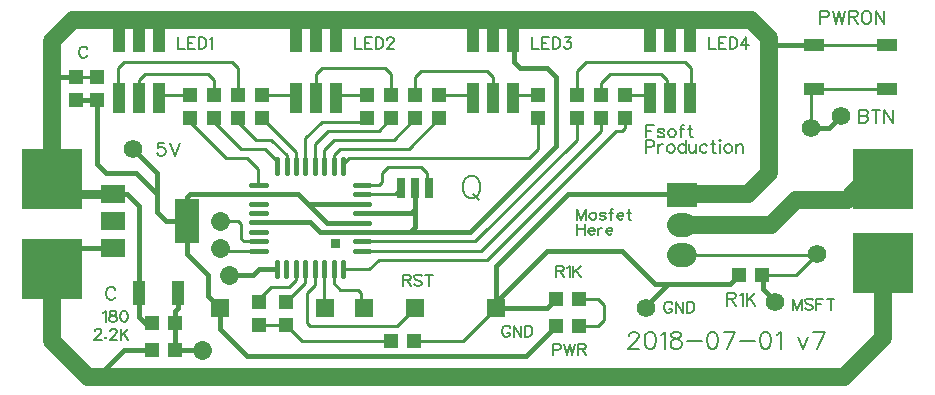
<source format=gtl>
G04 ---------------------------- Layer name :TOP LAYER*
G04 EasyEDA v5.5.15, Sun, 01 Jul 2018 10:37:49 GMT*
G04 c73fb6d924554c21b160e83e72d7d2f4*
G04 Gerber Generator version 0.2*
G04 Scale: 100 percent, Rotated: No, Reflected: No *
G04 Dimensions in millimeters *
G04 leading zeros omitted , absolute positions ,3 integer and 3 decimal *
%FSLAX33Y33*%
%MOMM*%
G90*
G71D02*

%ADD10C,0.254000*%
%ADD11C,0.399999*%
%ADD12C,1.499997*%
%ADD13C,0.799998*%
%ADD14C,0.450012*%
%ADD15C,0.203200*%
%ADD16C,0.177800*%
%ADD17C,0.178003*%
%ADD18C,1.575054*%
%ADD19R,1.999996X3.799992*%
%ADD20R,1.999996X1.499997*%
%ADD21R,0.701040X1.699260*%
%ADD22R,1.799996X1.099998*%
%ADD23R,1.099998X2.499995*%
%ADD24R,1.206500X1.206500*%
%ADD25R,1.206500X1.206998*%
%ADD26R,1.206500X1.207008*%
%ADD27C,1.574800*%
%ADD28R,1.207008X1.206500*%
%ADD29R,0.999998X1.999996*%
%ADD30R,2.499995X1.999996*%
%ADD31R,1.574800X1.574800*%
%ADD32R,1.574800X1.575054*%
%ADD33R,1.999996X1.999996*%
%ADD34C,1.999996*%
%ADD35C,1.575003*%

%LPD*%
G54D11*
G01X41148Y7112D02*
G01X45463Y7112D01*
G01X46226Y7875D01*
G01X7368Y24686D02*
G01X5593Y24686D01*
G01X5590Y24688D01*
G54D10*
G01X29768Y17526D02*
G01X31242Y17526D01*
G01X31496Y17780D01*
G01X31496Y18542D01*
G01X32004Y19050D01*
G01X34798Y19050D01*
G01X35306Y18542D01*
G01X35306Y17449D01*
G01X35483Y17272D01*
G01X29768Y16725D02*
G01X32550Y16725D01*
G01X33096Y17272D01*
G54D11*
G01X29768Y15925D02*
G01X25222Y15925D01*
G01X24419Y16731D01*
G01X21031Y16736D01*
G01X29768Y14328D02*
G01X26819Y14328D01*
G01X25222Y15925D01*
G01X21031Y14338D02*
G01X25394Y14339D01*
G01X26200Y13533D01*
G01X29768Y13528D01*
G01X29768Y15125D02*
G01X33921Y15125D01*
G01X34290Y15494D01*
G01X34290Y17272D01*
G01X29768Y13528D02*
G01X33848Y13528D01*
G01X34290Y13970D01*
G01X34290Y15494D01*
G54D10*
G01X74272Y29370D02*
G01X68072Y29370D01*
G54D12*
G01X3556Y10414D02*
G01X3556Y4318D01*
G01X6604Y1270D01*
G01X70612Y1270D01*
G01X73914Y4572D01*
G01X73914Y10922D01*
G01X3556Y17272D02*
G01X3556Y29718D01*
G01X5334Y31496D01*
G01X62738Y31496D01*
G01X64262Y29972D01*
G01X64262Y18542D01*
G01X62484Y16764D01*
G01X57023Y16764D01*
G01X56896Y16637D01*
G54D11*
G01X68072Y29370D02*
G01X64930Y29370D01*
G01X64262Y28702D01*
G54D12*
G01X56896Y14097D02*
G01X64389Y14097D01*
G01X66548Y16256D01*
G01X70866Y16256D01*
G01X73914Y19558D01*
G54D10*
G01X74272Y25669D02*
G01X68072Y25669D01*
G01X68072Y25669D02*
G01X67818Y25669D01*
G01X67818Y22860D01*
G01X68326Y22352D01*
G01X56896Y11557D02*
G01X68199Y11557D01*
G01X68326Y11684D01*
G01X63703Y9906D02*
G01X66548Y9906D01*
G01X68072Y11430D01*
G01X68326Y11684D01*
G54D13*
G01X8686Y16776D02*
G01X4813Y16776D01*
G01X3556Y18034D01*
G54D11*
G01X8686Y12176D02*
G01X5318Y12176D01*
G01X3556Y10414D01*
G01X21031Y16736D02*
G01X15212Y16736D01*
G01X14986Y16510D01*
G01X14986Y14478D01*
G01X14986Y14478D02*
G01X14986Y11684D01*
G01X16764Y9906D01*
G01X16764Y8128D01*
G01X17780Y7112D01*
G01X46228Y5588D02*
G01X43688Y3048D01*
G01X20066Y3048D01*
G01X17780Y5334D01*
G01X17780Y7112D01*
G54D10*
G01X21031Y12738D02*
G01X19773Y12738D01*
G01X19558Y12954D01*
G01X19558Y14224D01*
G01X19304Y14478D01*
G01X17780Y14478D01*
G01X21031Y11938D02*
G01X18288Y11938D01*
G01X17780Y12446D01*
G54D11*
G01X22606Y10414D02*
G01X21082Y10414D01*
G01X20574Y9906D01*
G01X18542Y9906D01*
G54D10*
G01X48260Y5334D02*
G01X48260Y5588D01*
G01X49784Y5588D01*
G01X50292Y6096D01*
G01X50292Y7366D01*
G01X49784Y7874D01*
G01X48511Y7874D01*
G01X9182Y29522D02*
G01X9182Y31487D01*
G01X9190Y31496D01*
G01X10881Y29522D02*
G01X10881Y31382D01*
G01X10995Y31496D01*
G01X12666Y31496D02*
G01X12666Y29607D01*
G01X12580Y29522D01*
G01X24180Y29522D02*
G01X24180Y31344D01*
G01X24029Y31496D01*
G01X25833Y31496D02*
G01X25833Y29568D01*
G01X25880Y29522D01*
G01X27581Y29522D02*
G01X27581Y31372D01*
G01X27705Y31496D01*
G01X38734Y31496D02*
G01X39182Y29522D01*
G01X39182Y29522D01*
G01X40881Y29522D02*
G01X40881Y31354D01*
G01X40739Y31496D01*
G01X42611Y31496D02*
G01X42611Y29553D01*
G01X42580Y29522D01*
G01X54180Y29522D02*
G01X54180Y31423D01*
G01X54108Y31496D01*
G01X55979Y31496D02*
G01X55979Y29622D01*
G01X55880Y29522D01*
G01X57581Y29522D02*
G01X57581Y31493D01*
G01X57583Y31496D01*
G54D11*
G01X33053Y13528D02*
G01X38928Y13528D01*
G01X46228Y20828D01*
G01X46228Y26670D01*
G01X45466Y27432D01*
G01X43180Y27432D01*
G01X42697Y27914D01*
G01X42593Y30032D01*
G54D10*
G01X24206Y19126D02*
G01X24206Y20297D01*
G01X21338Y23164D01*
G01X23406Y19126D02*
G01X23406Y20027D01*
G01X22098Y21336D01*
G01X20828Y21336D01*
G01X19306Y22857D01*
G01X19306Y23164D01*
G01X22606Y19126D02*
G01X22606Y19558D01*
G01X21590Y20574D01*
G01X19558Y20574D01*
G01X17274Y22857D01*
G01X17274Y23164D01*
G01X21031Y17536D02*
G01X21031Y18846D01*
G01X20066Y19812D01*
G01X18288Y19812D01*
G01X15242Y22857D01*
G01X15242Y23164D01*
G01X25006Y19126D02*
G01X25006Y21450D01*
G01X26416Y22860D01*
G01X29923Y22860D01*
G01X30228Y23164D01*
G01X25803Y19126D02*
G01X25803Y20977D01*
G01X26924Y22098D01*
G01X31196Y22098D01*
G01X32260Y23162D01*
G01X26603Y19126D02*
G01X26603Y20507D01*
G01X27432Y21336D01*
G01X32463Y21336D01*
G01X34292Y23164D01*
G01X27404Y19126D02*
G01X27404Y20038D01*
G01X27940Y20574D01*
G01X33733Y20574D01*
G01X36324Y23164D01*
G01X15242Y25146D02*
G01X12936Y25146D01*
G01X12621Y24831D01*
G01X21338Y25146D02*
G01X23893Y25146D01*
G01X24208Y24831D01*
G01X30228Y25146D02*
G01X27924Y25146D01*
G01X27609Y24831D01*
G01X36324Y25146D02*
G01X38879Y25146D01*
G01X39194Y24831D01*
G01X44706Y25146D02*
G01X42908Y25146D01*
G01X42593Y24831D01*
G01X52072Y25146D02*
G01X53865Y25146D01*
G01X54180Y24831D01*
G01X50040Y25146D02*
G01X50040Y26164D01*
G01X50800Y26924D01*
G01X55118Y26924D01*
G01X55626Y26416D01*
G01X55626Y25085D01*
G01X55880Y24831D01*
G01X48008Y25146D02*
G01X48008Y27180D01*
G01X48768Y27940D01*
G01X57150Y27940D01*
G01X57658Y27432D01*
G01X57658Y24907D01*
G01X57581Y24831D01*
G01X29768Y12727D02*
G01X39397Y12727D01*
G01X48006Y21336D01*
G01X48006Y23162D01*
G01X48008Y23164D01*
G01X29768Y11927D02*
G01X39867Y11927D01*
G01X50038Y22098D01*
G01X50038Y23162D01*
G01X50040Y23164D01*
G01X28194Y10363D02*
G01X30429Y10363D01*
G01X31242Y11176D01*
G01X40386Y11176D01*
G01X51308Y22098D01*
G01X51816Y22098D01*
G01X52070Y22352D01*
G01X52070Y23162D01*
G01X52072Y23164D01*
G01X28204Y19126D02*
G01X28204Y19314D01*
G01X28702Y19812D01*
G01X43942Y19812D01*
G01X44704Y20574D01*
G01X44704Y23162D01*
G01X44706Y23164D01*
G01X34292Y25146D02*
G01X34290Y26670D01*
G01X34798Y27178D01*
G01X40386Y27178D01*
G01X40894Y26670D01*
G01X40894Y24831D01*
G01X32260Y25143D02*
G01X32258Y26924D01*
G01X31750Y27432D01*
G01X26416Y27432D01*
G01X25908Y26924D01*
G01X25908Y24831D01*
G01X10922Y24831D02*
G01X10922Y26416D01*
G01X11430Y26924D01*
G01X16764Y26924D01*
G01X17272Y26416D01*
G01X17272Y25148D01*
G01X17274Y25146D01*
G01X19306Y25146D02*
G01X19306Y27429D01*
G01X18796Y27940D01*
G01X9652Y27940D01*
G01X9144Y27432D01*
G01X9144Y24909D01*
G01X9222Y24831D01*
G54D11*
G01X5336Y26670D02*
G01X3711Y26670D01*
G01X3556Y26825D01*
G01X41148Y7112D02*
G01X41148Y10668D01*
G01X47244Y16764D01*
G01X56769Y16764D01*
G01X56896Y16637D01*
G01X41148Y7112D02*
G01X40640Y7112D01*
G01X45466Y11938D01*
G01X51816Y11938D01*
G01X54610Y9144D01*
G01X60962Y9144D01*
G01X61724Y9903D01*
G54D10*
G01X7368Y26667D02*
G01X5593Y26667D01*
G01X5590Y26670D01*
G01X27393Y10363D02*
G01X27393Y9182D01*
G01X27940Y8636D01*
G01X29464Y8636D01*
G01X29718Y8382D01*
G01X29718Y7366D01*
G01X29972Y7112D01*
G01X26593Y10363D02*
G01X26593Y7188D01*
G01X26670Y7112D01*
G01X25793Y10363D02*
G01X25793Y9029D01*
G01X25146Y8382D01*
G01X25146Y5842D01*
G01X25400Y5588D01*
G01X32766Y5588D01*
G01X34290Y7112D01*
G01X23373Y7617D02*
G01X23373Y7622D01*
G01X24991Y9230D01*
G01X24996Y10363D01*
G01X21084Y7617D02*
G01X21084Y7874D01*
G01X22098Y8890D01*
G01X23622Y8890D01*
G01X24185Y9451D01*
G01X24196Y10363D01*
G54D11*
G01X14986Y14478D02*
G01X13208Y14478D01*
G01X12446Y15240D01*
G01X12446Y16764D01*
G01X10668Y18542D01*
G01X8128Y18542D01*
G01X7366Y19304D01*
G01X7366Y24686D01*
G01X7367Y24687D01*
G01X12446Y16764D02*
G01X12446Y18542D01*
G01X10414Y20574D01*
G01X68326Y22352D02*
G01X69342Y22352D01*
G01X70358Y23368D01*
G01X63705Y9906D02*
G01X63705Y8684D01*
G01X64770Y7620D01*
G01X53848Y7112D02*
G01X53713Y7112D01*
G01X55745Y9144D01*
G01X16256Y3556D02*
G01X13972Y3556D01*
G01X13971Y3554D01*
G01X13971Y3554D02*
G01X13971Y5840D01*
G01X13971Y5840D01*
G01X11991Y3556D02*
G01X9652Y3556D01*
G01X7620Y1524D01*
G54D10*
G01X32256Y4319D02*
G01X24690Y4319D01*
G01X23371Y5637D01*
G01X23371Y5637D02*
G01X21083Y5637D01*
G01X34237Y4319D02*
G01X38355Y4319D01*
G01X41148Y7112D01*
G54D11*
G01X8685Y16777D02*
G01X9892Y16777D01*
G01X10922Y15748D01*
G01X10922Y8382D01*
G01X11990Y5840D02*
G01X11431Y5840D01*
G01X10922Y6350D01*
G01X10922Y8382D01*
G01X13971Y5840D02*
G01X13971Y6859D01*
G01X14224Y7112D01*
G01X14224Y8382D01*
G54D14*
G01X28194Y9763D02*
G01X28194Y10962D01*
G01X27393Y9763D02*
G01X27393Y10962D01*
G01X26593Y9763D02*
G01X26593Y10962D01*
G01X25793Y9763D02*
G01X25793Y10962D01*
G01X24996Y9763D02*
G01X24996Y10962D01*
G01X24196Y9763D02*
G01X24196Y10962D01*
G01X23395Y9763D02*
G01X23395Y10962D01*
G01X22595Y9763D02*
G01X22595Y10962D01*
G01X21630Y11938D02*
G01X20431Y11938D01*
G01X21630Y12738D02*
G01X20431Y12738D01*
G01X21630Y13538D02*
G01X20431Y13538D01*
G01X21630Y14338D02*
G01X20431Y14338D01*
G01X21630Y15135D02*
G01X20431Y15135D01*
G01X21630Y15935D02*
G01X20431Y15935D01*
G01X21630Y16736D02*
G01X20431Y16736D01*
G01X21630Y17536D02*
G01X20431Y17536D01*
G01X22606Y18526D02*
G01X22606Y19725D01*
G01X23406Y18526D02*
G01X23406Y19725D01*
G01X24206Y18526D02*
G01X24206Y19725D01*
G01X25006Y18526D02*
G01X25006Y19725D01*
G01X25803Y18526D02*
G01X25803Y19725D01*
G01X26603Y18526D02*
G01X26603Y19725D01*
G01X27404Y18526D02*
G01X27404Y19725D01*
G01X28204Y18526D02*
G01X28204Y19725D01*
G01X30368Y17526D02*
G01X29169Y17526D01*
G01X30368Y16725D02*
G01X29169Y16725D01*
G01X30368Y15925D02*
G01X29169Y15925D01*
G01X30368Y15125D02*
G01X29169Y15125D01*
G01X30368Y14328D02*
G01X29169Y14328D01*
G01X30368Y13528D02*
G01X29169Y13528D01*
G01X30368Y12727D02*
G01X29169Y12727D01*
G01X30368Y11927D02*
G01X29169Y11927D01*
G54D15*
G01X52392Y4739D02*
G01X52392Y4808D01*
G01X52461Y4942D01*
G01X52529Y5011D01*
G01X52664Y5080D01*
G01X52938Y5080D01*
G01X53073Y5011D01*
G01X53141Y4942D01*
G01X53210Y4808D01*
G01X53210Y4671D01*
G01X53141Y4533D01*
G01X53004Y4330D01*
G01X52324Y3647D01*
G01X53279Y3647D01*
G01X54137Y5080D02*
G01X53931Y5011D01*
G01X53797Y4808D01*
G01X53728Y4467D01*
G01X53728Y4262D01*
G01X53797Y3921D01*
G01X53931Y3716D01*
G01X54137Y3647D01*
G01X54274Y3647D01*
G01X54477Y3716D01*
G01X54615Y3921D01*
G01X54683Y4262D01*
G01X54683Y4467D01*
G01X54615Y4808D01*
G01X54477Y5011D01*
G01X54274Y5080D01*
G01X54137Y5080D01*
G01X55133Y4808D02*
G01X55270Y4876D01*
G01X55473Y5080D01*
G01X55473Y3647D01*
G01X56266Y5080D02*
G01X56060Y5011D01*
G01X55991Y4876D01*
G01X55991Y4739D01*
G01X56060Y4602D01*
G01X56197Y4533D01*
G01X56469Y4467D01*
G01X56675Y4399D01*
G01X56809Y4262D01*
G01X56878Y4124D01*
G01X56878Y3921D01*
G01X56809Y3784D01*
G01X56741Y3716D01*
G01X56537Y3647D01*
G01X56266Y3647D01*
G01X56060Y3716D01*
G01X55991Y3784D01*
G01X55923Y3921D01*
G01X55923Y4124D01*
G01X55991Y4262D01*
G01X56128Y4399D01*
G01X56332Y4467D01*
G01X56606Y4533D01*
G01X56741Y4602D01*
G01X56809Y4739D01*
G01X56809Y4876D01*
G01X56741Y5011D01*
G01X56537Y5080D01*
G01X56266Y5080D01*
G01X57327Y4262D02*
G01X58554Y4262D01*
G01X59415Y5080D02*
G01X59209Y5011D01*
G01X59072Y4808D01*
G01X59006Y4467D01*
G01X59006Y4262D01*
G01X59072Y3921D01*
G01X59209Y3716D01*
G01X59415Y3647D01*
G01X59550Y3647D01*
G01X59756Y3716D01*
G01X59893Y3921D01*
G01X59959Y4262D01*
G01X59959Y4467D01*
G01X59893Y4808D01*
G01X59756Y5011D01*
G01X59550Y5080D01*
G01X59415Y5080D01*
G01X61363Y5080D02*
G01X60683Y3647D01*
G01X60411Y5080D02*
G01X61363Y5080D01*
G01X61815Y4262D02*
G01X63042Y4262D01*
G01X63901Y5080D02*
G01X63695Y5011D01*
G01X63560Y4808D01*
G01X63492Y4467D01*
G01X63492Y4262D01*
G01X63560Y3921D01*
G01X63695Y3716D01*
G01X63901Y3647D01*
G01X64038Y3647D01*
G01X64241Y3716D01*
G01X64378Y3921D01*
G01X64447Y4262D01*
G01X64447Y4467D01*
G01X64378Y4808D01*
G01X64241Y5011D01*
G01X64038Y5080D01*
G01X63901Y5080D01*
G01X64897Y4808D02*
G01X65034Y4876D01*
G01X65237Y5080D01*
G01X65237Y3647D01*
G01X66738Y4602D02*
G01X67147Y3647D01*
G01X67556Y4602D02*
G01X67147Y3647D01*
G01X68961Y5080D02*
G01X68277Y3647D01*
G01X68005Y5080D02*
G01X68961Y5080D01*
G54D16*
G01X56052Y7391D02*
G01X56009Y7482D01*
G01X55918Y7574D01*
G01X55826Y7620D01*
G01X55643Y7620D01*
G01X55554Y7574D01*
G01X55463Y7482D01*
G01X55417Y7391D01*
G01X55372Y7256D01*
G01X55372Y7028D01*
G01X55417Y6891D01*
G01X55463Y6802D01*
G01X55554Y6710D01*
G01X55643Y6664D01*
G01X55826Y6664D01*
G01X55918Y6710D01*
G01X56009Y6802D01*
G01X56052Y6891D01*
G01X56052Y7028D01*
G01X55826Y7028D02*
G01X56052Y7028D01*
G01X56354Y7620D02*
G01X56354Y6664D01*
G01X56354Y7620D02*
G01X56989Y6664D01*
G01X56989Y7620D02*
G01X56989Y6664D01*
G01X57289Y7620D02*
G01X57289Y6664D01*
G01X57289Y7620D02*
G01X57607Y7620D01*
G01X57744Y7574D01*
G01X57835Y7482D01*
G01X57881Y7391D01*
G01X57927Y7256D01*
G01X57927Y7028D01*
G01X57881Y6891D01*
G01X57835Y6802D01*
G01X57744Y6710D01*
G01X57607Y6664D01*
G01X57289Y6664D01*
G01X66294Y7874D02*
G01X66294Y6918D01*
G01X66294Y7874D02*
G01X66657Y6918D01*
G01X67020Y7874D02*
G01X66657Y6918D01*
G01X67020Y7874D02*
G01X67020Y6918D01*
G01X67957Y7736D02*
G01X67866Y7828D01*
G01X67729Y7874D01*
G01X67548Y7874D01*
G01X67411Y7828D01*
G01X67320Y7736D01*
G01X67320Y7645D01*
G01X67365Y7553D01*
G01X67411Y7510D01*
G01X67503Y7465D01*
G01X67774Y7373D01*
G01X67866Y7327D01*
G01X67911Y7282D01*
G01X67957Y7190D01*
G01X67957Y7056D01*
G01X67866Y6964D01*
G01X67729Y6918D01*
G01X67548Y6918D01*
G01X67411Y6964D01*
G01X67320Y7056D01*
G01X68257Y7874D02*
G01X68257Y6918D01*
G01X68257Y7874D02*
G01X68849Y7874D01*
G01X68257Y7419D02*
G01X68620Y7419D01*
G01X69466Y7874D02*
G01X69466Y6918D01*
G01X69148Y7874D02*
G01X69783Y7874D01*
G01X71882Y23876D02*
G01X71882Y22786D01*
G01X71882Y23876D02*
G01X72349Y23876D01*
G01X72504Y23825D01*
G01X72557Y23774D01*
G01X72608Y23670D01*
G01X72608Y23566D01*
G01X72557Y23461D01*
G01X72504Y23408D01*
G01X72349Y23357D01*
G01X71882Y23357D02*
G01X72349Y23357D01*
G01X72504Y23304D01*
G01X72557Y23253D01*
G01X72608Y23149D01*
G01X72608Y22994D01*
G01X72557Y22890D01*
G01X72504Y22837D01*
G01X72349Y22786D01*
G01X71882Y22786D01*
G01X73317Y23876D02*
G01X73317Y22786D01*
G01X72951Y23876D02*
G01X73680Y23876D01*
G01X74023Y23876D02*
G01X74023Y22786D01*
G01X74023Y23876D02*
G01X74749Y22786D01*
G01X74749Y23876D02*
G01X74749Y22786D01*
G54D17*
G01X53848Y22605D02*
G01X53848Y21556D01*
G01X53848Y22605D02*
G01X54498Y22605D01*
G01X53848Y22105D02*
G01X54246Y22105D01*
G01X55377Y22105D02*
G01X55328Y22207D01*
G01X55178Y22255D01*
G01X55029Y22255D01*
G01X54879Y22207D01*
G01X54828Y22105D01*
G01X54879Y22006D01*
G01X54978Y21955D01*
G01X55227Y21907D01*
G01X55328Y21856D01*
G01X55377Y21757D01*
G01X55377Y21706D01*
G01X55328Y21607D01*
G01X55178Y21556D01*
G01X55029Y21556D01*
G01X54879Y21607D01*
G01X54828Y21706D01*
G01X55958Y22255D02*
G01X55857Y22207D01*
G01X55758Y22105D01*
G01X55707Y21955D01*
G01X55707Y21856D01*
G01X55758Y21706D01*
G01X55857Y21607D01*
G01X55958Y21556D01*
G01X56108Y21556D01*
G01X56207Y21607D01*
G01X56309Y21706D01*
G01X56357Y21856D01*
G01X56357Y21955D01*
G01X56309Y22105D01*
G01X56207Y22207D01*
G01X56108Y22255D01*
G01X55958Y22255D01*
G01X57089Y22605D02*
G01X56987Y22605D01*
G01X56888Y22557D01*
G01X56837Y22405D01*
G01X56837Y21556D01*
G01X56687Y22255D02*
G01X57038Y22255D01*
G01X57569Y22605D02*
G01X57569Y21757D01*
G01X57617Y21607D01*
G01X57718Y21556D01*
G01X57818Y21556D01*
G01X57419Y22255D02*
G01X57767Y22255D01*
G54D16*
G01X33274Y9906D02*
G01X33274Y8950D01*
G01X33274Y9906D02*
G01X33682Y9906D01*
G01X33820Y9860D01*
G01X33865Y9814D01*
G01X33911Y9723D01*
G01X33911Y9631D01*
G01X33865Y9542D01*
G01X33820Y9497D01*
G01X33682Y9451D01*
G01X33274Y9451D01*
G01X33591Y9451D02*
G01X33911Y8950D01*
G01X34846Y9768D02*
G01X34754Y9860D01*
G01X34620Y9906D01*
G01X34437Y9906D01*
G01X34300Y9860D01*
G01X34211Y9768D01*
G01X34211Y9677D01*
G01X34256Y9585D01*
G01X34300Y9542D01*
G01X34391Y9497D01*
G01X34665Y9405D01*
G01X34754Y9359D01*
G01X34800Y9314D01*
G01X34846Y9222D01*
G01X34846Y9088D01*
G01X34754Y8996D01*
G01X34620Y8950D01*
G01X34437Y8950D01*
G01X34300Y8996D01*
G01X34211Y9088D01*
G01X35466Y9906D02*
G01X35466Y8950D01*
G01X35145Y9906D02*
G01X35783Y9906D01*
G01X42336Y5359D02*
G01X42293Y5450D01*
G01X42202Y5542D01*
G01X42110Y5588D01*
G01X41927Y5588D01*
G01X41838Y5542D01*
G01X41747Y5450D01*
G01X41701Y5359D01*
G01X41656Y5224D01*
G01X41656Y4996D01*
G01X41701Y4859D01*
G01X41747Y4770D01*
G01X41838Y4678D01*
G01X41927Y4632D01*
G01X42110Y4632D01*
G01X42202Y4678D01*
G01X42293Y4770D01*
G01X42336Y4859D01*
G01X42336Y4996D01*
G01X42110Y4996D02*
G01X42336Y4996D01*
G01X42638Y5588D02*
G01X42638Y4632D01*
G01X42638Y5588D02*
G01X43273Y4632D01*
G01X43273Y5588D02*
G01X43273Y4632D01*
G01X43573Y5588D02*
G01X43573Y4632D01*
G01X43573Y5588D02*
G01X43891Y5588D01*
G01X44028Y5542D01*
G01X44119Y5450D01*
G01X44165Y5359D01*
G01X44211Y5224D01*
G01X44211Y4996D01*
G01X44165Y4859D01*
G01X44119Y4770D01*
G01X44028Y4678D01*
G01X43891Y4632D01*
G01X43573Y4632D01*
G01X14224Y30010D02*
G01X14224Y29055D01*
G01X14224Y29055D02*
G01X14770Y29055D01*
G01X15069Y30010D02*
G01X15069Y29055D01*
G01X15069Y30010D02*
G01X15659Y30010D01*
G01X15069Y29555D02*
G01X15433Y29555D01*
G01X15069Y29055D02*
G01X15659Y29055D01*
G01X15961Y30010D02*
G01X15961Y29055D01*
G01X15961Y30010D02*
G01X16278Y30010D01*
G01X16416Y29964D01*
G01X16504Y29872D01*
G01X16550Y29781D01*
G01X16596Y29646D01*
G01X16596Y29418D01*
G01X16550Y29281D01*
G01X16504Y29192D01*
G01X16416Y29100D01*
G01X16278Y29055D01*
G01X15961Y29055D01*
G01X16896Y29827D02*
G01X16987Y29872D01*
G01X17124Y30010D01*
G01X17124Y29055D01*
G01X29210Y30010D02*
G01X29210Y29055D01*
G01X29210Y29055D02*
G01X29756Y29055D01*
G01X30055Y30010D02*
G01X30055Y29055D01*
G01X30055Y30010D02*
G01X30645Y30010D01*
G01X30055Y29555D02*
G01X30419Y29555D01*
G01X30055Y29055D02*
G01X30645Y29055D01*
G01X30947Y30010D02*
G01X30947Y29055D01*
G01X30947Y30010D02*
G01X31264Y30010D01*
G01X31402Y29964D01*
G01X31490Y29872D01*
G01X31536Y29781D01*
G01X31582Y29646D01*
G01X31582Y29418D01*
G01X31536Y29281D01*
G01X31490Y29192D01*
G01X31402Y29100D01*
G01X31264Y29055D01*
G01X30947Y29055D01*
G01X31927Y29781D02*
G01X31927Y29827D01*
G01X31973Y29918D01*
G01X32019Y29964D01*
G01X32110Y30010D01*
G01X32291Y30010D01*
G01X32382Y29964D01*
G01X32428Y29918D01*
G01X32473Y29827D01*
G01X32473Y29735D01*
G01X32428Y29646D01*
G01X32336Y29509D01*
G01X31882Y29055D01*
G01X32519Y29055D01*
G01X44196Y30010D02*
G01X44196Y29055D01*
G01X44196Y29055D02*
G01X44742Y29055D01*
G01X45041Y30010D02*
G01X45041Y29055D01*
G01X45041Y30010D02*
G01X45631Y30010D01*
G01X45041Y29555D02*
G01X45405Y29555D01*
G01X45041Y29055D02*
G01X45631Y29055D01*
G01X45933Y30010D02*
G01X45933Y29055D01*
G01X45933Y30010D02*
G01X46250Y30010D01*
G01X46388Y29964D01*
G01X46476Y29872D01*
G01X46522Y29781D01*
G01X46568Y29646D01*
G01X46568Y29418D01*
G01X46522Y29281D01*
G01X46476Y29192D01*
G01X46388Y29100D01*
G01X46250Y29055D01*
G01X45933Y29055D01*
G01X46959Y30010D02*
G01X47459Y30010D01*
G01X47188Y29646D01*
G01X47322Y29646D01*
G01X47414Y29601D01*
G01X47459Y29555D01*
G01X47505Y29418D01*
G01X47505Y29326D01*
G01X47459Y29192D01*
G01X47368Y29100D01*
G01X47231Y29055D01*
G01X47096Y29055D01*
G01X46959Y29100D01*
G01X46913Y29146D01*
G01X46868Y29237D01*
G01X59182Y30010D02*
G01X59182Y29055D01*
G01X59182Y29055D02*
G01X59728Y29055D01*
G01X60027Y30010D02*
G01X60027Y29055D01*
G01X60027Y30010D02*
G01X60617Y30010D01*
G01X60027Y29555D02*
G01X60391Y29555D01*
G01X60027Y29055D02*
G01X60617Y29055D01*
G01X60919Y30010D02*
G01X60919Y29055D01*
G01X60919Y30010D02*
G01X61236Y30010D01*
G01X61374Y29964D01*
G01X61462Y29872D01*
G01X61508Y29781D01*
G01X61554Y29646D01*
G01X61554Y29418D01*
G01X61508Y29281D01*
G01X61462Y29192D01*
G01X61374Y29100D01*
G01X61236Y29055D01*
G01X60919Y29055D01*
G01X62308Y30010D02*
G01X61854Y29372D01*
G01X62537Y29372D01*
G01X62308Y30010D02*
G01X62308Y29055D01*
G01X38900Y18288D02*
G01X38717Y18196D01*
G01X38536Y18013D01*
G01X38445Y17833D01*
G01X38354Y17559D01*
G01X38354Y17104D01*
G01X38445Y16832D01*
G01X38536Y16649D01*
G01X38717Y16469D01*
G01X38900Y16377D01*
G01X39263Y16377D01*
G01X39443Y16469D01*
G01X39626Y16649D01*
G01X39717Y16832D01*
G01X39809Y17104D01*
G01X39809Y17559D01*
G01X39717Y17833D01*
G01X39626Y18013D01*
G01X39443Y18196D01*
G01X39263Y18288D01*
G01X38900Y18288D01*
G01X39171Y16741D02*
G01X39717Y16195D01*
G01X7874Y6675D02*
G01X7965Y6720D01*
G01X8100Y6858D01*
G01X8100Y5902D01*
G01X8628Y6858D02*
G01X8491Y6812D01*
G01X8445Y6720D01*
G01X8445Y6629D01*
G01X8491Y6537D01*
G01X8582Y6494D01*
G01X8765Y6449D01*
G01X8900Y6403D01*
G01X8991Y6311D01*
G01X9037Y6220D01*
G01X9037Y6085D01*
G01X8991Y5994D01*
G01X8945Y5948D01*
G01X8811Y5902D01*
G01X8628Y5902D01*
G01X8491Y5948D01*
G01X8445Y5994D01*
G01X8402Y6085D01*
G01X8402Y6220D01*
G01X8445Y6311D01*
G01X8536Y6403D01*
G01X8674Y6449D01*
G01X8856Y6494D01*
G01X8945Y6537D01*
G01X8991Y6629D01*
G01X8991Y6720D01*
G01X8945Y6812D01*
G01X8811Y6858D01*
G01X8628Y6858D01*
G01X9611Y6858D02*
G01X9474Y6812D01*
G01X9382Y6675D01*
G01X9337Y6449D01*
G01X9337Y6311D01*
G01X9382Y6085D01*
G01X9474Y5948D01*
G01X9611Y5902D01*
G01X9700Y5902D01*
G01X9837Y5948D01*
G01X9928Y6085D01*
G01X9974Y6311D01*
G01X9974Y6449D01*
G01X9928Y6675D01*
G01X9837Y6812D01*
G01X9700Y6858D01*
G01X9611Y6858D01*
G01X7157Y5105D02*
G01X7157Y5151D01*
G01X7203Y5242D01*
G01X7249Y5288D01*
G01X7338Y5334D01*
G01X7520Y5334D01*
G01X7612Y5288D01*
G01X7658Y5242D01*
G01X7703Y5151D01*
G01X7703Y5059D01*
G01X7658Y4970D01*
G01X7566Y4833D01*
G01X7112Y4378D01*
G01X7749Y4378D01*
G01X8094Y4605D02*
G01X8049Y4561D01*
G01X8094Y4516D01*
G01X8138Y4561D01*
G01X8094Y4605D01*
G01X8483Y5105D02*
G01X8483Y5151D01*
G01X8529Y5242D01*
G01X8575Y5288D01*
G01X8666Y5334D01*
G01X8849Y5334D01*
G01X8938Y5288D01*
G01X8983Y5242D01*
G01X9029Y5151D01*
G01X9029Y5059D01*
G01X8983Y4970D01*
G01X8895Y4833D01*
G01X8440Y4378D01*
G01X9075Y4378D01*
G01X9375Y5334D02*
G01X9375Y4378D01*
G01X10012Y5334D02*
G01X9375Y4696D01*
G01X9603Y4925D02*
G01X10012Y4378D01*
G01X6522Y28981D02*
G01X6479Y29072D01*
G01X6388Y29164D01*
G01X6296Y29210D01*
G01X6113Y29210D01*
G01X6024Y29164D01*
G01X5933Y29072D01*
G01X5887Y28981D01*
G01X5842Y28846D01*
G01X5842Y28618D01*
G01X5887Y28481D01*
G01X5933Y28392D01*
G01X6024Y28300D01*
G01X6113Y28254D01*
G01X6296Y28254D01*
G01X6388Y28300D01*
G01X6479Y28392D01*
G01X6522Y28481D01*
G54D17*
G01X48006Y15494D02*
G01X48006Y14538D01*
G01X48006Y15494D02*
G01X48369Y14538D01*
G01X48732Y15494D02*
G01X48369Y14538D01*
G01X48732Y15494D02*
G01X48732Y14538D01*
G01X49260Y15173D02*
G01X49169Y15130D01*
G01X49077Y15039D01*
G01X49032Y14902D01*
G01X49032Y14810D01*
G01X49077Y14676D01*
G01X49169Y14584D01*
G01X49260Y14538D01*
G01X49397Y14538D01*
G01X49486Y14584D01*
G01X49578Y14676D01*
G01X49623Y14810D01*
G01X49623Y14902D01*
G01X49578Y15039D01*
G01X49486Y15130D01*
G01X49397Y15173D01*
G01X49260Y15173D01*
G01X50424Y15039D02*
G01X50378Y15130D01*
G01X50241Y15173D01*
G01X50106Y15173D01*
G01X49969Y15130D01*
G01X49923Y15039D01*
G01X49969Y14947D01*
G01X50060Y14902D01*
G01X50286Y14856D01*
G01X50378Y14810D01*
G01X50424Y14721D01*
G01X50424Y14676D01*
G01X50378Y14584D01*
G01X50241Y14538D01*
G01X50106Y14538D01*
G01X49969Y14584D01*
G01X49923Y14676D01*
G01X51087Y15494D02*
G01X50998Y15494D01*
G01X50906Y15448D01*
G01X50860Y15311D01*
G01X50860Y14538D01*
G01X50723Y15173D02*
G01X51041Y15173D01*
G01X51386Y14902D02*
G01X51932Y14902D01*
G01X51932Y14993D01*
G01X51887Y15085D01*
G01X51841Y15130D01*
G01X51752Y15173D01*
G01X51615Y15173D01*
G01X51523Y15130D01*
G01X51432Y15039D01*
G01X51386Y14902D01*
G01X51386Y14810D01*
G01X51432Y14676D01*
G01X51523Y14584D01*
G01X51615Y14538D01*
G01X51752Y14538D01*
G01X51841Y14584D01*
G01X51932Y14676D01*
G01X52369Y15494D02*
G01X52369Y14721D01*
G01X52415Y14584D01*
G01X52506Y14538D01*
G01X52595Y14538D01*
G01X52232Y15173D02*
G01X52552Y15173D01*
G54D16*
G01X45974Y4064D02*
G01X45974Y3108D01*
G01X45974Y4064D02*
G01X46382Y4064D01*
G01X46520Y4018D01*
G01X46565Y3972D01*
G01X46611Y3881D01*
G01X46611Y3743D01*
G01X46565Y3655D01*
G01X46520Y3609D01*
G01X46382Y3563D01*
G01X45974Y3563D01*
G01X46911Y4064D02*
G01X47137Y3108D01*
G01X47365Y4064D02*
G01X47137Y3108D01*
G01X47365Y4064D02*
G01X47591Y3108D01*
G01X47820Y4064D02*
G01X47591Y3108D01*
G01X48120Y4064D02*
G01X48120Y3108D01*
G01X48120Y4064D02*
G01X48529Y4064D01*
G01X48663Y4018D01*
G01X48709Y3972D01*
G01X48755Y3881D01*
G01X48755Y3789D01*
G01X48709Y3700D01*
G01X48663Y3655D01*
G01X48529Y3609D01*
G01X48120Y3609D01*
G01X48437Y3609D02*
G01X48755Y3108D01*
G01X46228Y10668D02*
G01X46228Y9712D01*
G01X46228Y10668D02*
G01X46636Y10668D01*
G01X46774Y10622D01*
G01X46819Y10576D01*
G01X46865Y10485D01*
G01X46865Y10393D01*
G01X46819Y10304D01*
G01X46774Y10259D01*
G01X46636Y10213D01*
G01X46228Y10213D01*
G01X46545Y10213D02*
G01X46865Y9712D01*
G01X47165Y10485D02*
G01X47254Y10530D01*
G01X47391Y10668D01*
G01X47391Y9712D01*
G01X47691Y10668D02*
G01X47691Y9712D01*
G01X48328Y10668D02*
G01X47691Y10030D01*
G01X47919Y10259D02*
G01X48328Y9712D01*
G01X48006Y14224D02*
G01X48006Y13268D01*
G01X48643Y14224D02*
G01X48643Y13268D01*
G01X48006Y13769D02*
G01X48643Y13769D01*
G01X48943Y13632D02*
G01X49486Y13632D01*
G01X49486Y13723D01*
G01X49441Y13815D01*
G01X49397Y13860D01*
G01X49306Y13903D01*
G01X49169Y13903D01*
G01X49077Y13860D01*
G01X48988Y13769D01*
G01X48943Y13632D01*
G01X48943Y13540D01*
G01X48988Y13406D01*
G01X49077Y13314D01*
G01X49169Y13268D01*
G01X49306Y13268D01*
G01X49397Y13314D01*
G01X49486Y13406D01*
G01X49789Y13903D02*
G01X49789Y13268D01*
G01X49789Y13632D02*
G01X49832Y13769D01*
G01X49923Y13860D01*
G01X50015Y13903D01*
G01X50152Y13903D01*
G01X50452Y13632D02*
G01X50998Y13632D01*
G01X50998Y13723D01*
G01X50952Y13815D01*
G01X50906Y13860D01*
G01X50815Y13903D01*
G01X50678Y13903D01*
G01X50586Y13860D01*
G01X50497Y13769D01*
G01X50452Y13632D01*
G01X50452Y13540D01*
G01X50497Y13406D01*
G01X50586Y13314D01*
G01X50678Y13268D01*
G01X50815Y13268D01*
G01X50906Y13314D01*
G01X50998Y13406D01*
G54D17*
G01X53848Y21285D02*
G01X53848Y20236D01*
G01X53848Y21285D02*
G01X54297Y21285D01*
G01X54447Y21236D01*
G01X54498Y21186D01*
G01X54549Y21084D01*
G01X54549Y20934D01*
G01X54498Y20835D01*
G01X54447Y20784D01*
G01X54297Y20736D01*
G01X53848Y20736D01*
G01X54879Y20934D02*
G01X54879Y20236D01*
G01X54879Y20634D02*
G01X54927Y20784D01*
G01X55029Y20886D01*
G01X55128Y20934D01*
G01X55278Y20934D01*
G01X55857Y20934D02*
G01X55758Y20886D01*
G01X55659Y20784D01*
G01X55608Y20634D01*
G01X55608Y20535D01*
G01X55659Y20386D01*
G01X55758Y20286D01*
G01X55857Y20236D01*
G01X56007Y20236D01*
G01X56108Y20286D01*
G01X56207Y20386D01*
G01X56258Y20535D01*
G01X56258Y20634D01*
G01X56207Y20784D01*
G01X56108Y20886D01*
G01X56007Y20934D01*
G01X55857Y20934D01*
G01X57188Y21285D02*
G01X57188Y20236D01*
G01X57188Y20784D02*
G01X57089Y20886D01*
G01X56987Y20934D01*
G01X56837Y20934D01*
G01X56738Y20886D01*
G01X56636Y20784D01*
G01X56588Y20634D01*
G01X56588Y20535D01*
G01X56636Y20386D01*
G01X56738Y20286D01*
G01X56837Y20236D01*
G01X56987Y20236D01*
G01X57089Y20286D01*
G01X57188Y20386D01*
G01X57518Y20934D02*
G01X57518Y20436D01*
G01X57569Y20286D01*
G01X57668Y20236D01*
G01X57818Y20236D01*
G01X57917Y20286D01*
G01X58066Y20436D01*
G01X58066Y20934D02*
G01X58066Y20236D01*
G01X58999Y20784D02*
G01X58897Y20886D01*
G01X58798Y20934D01*
G01X58648Y20934D01*
G01X58547Y20886D01*
G01X58447Y20784D01*
G01X58397Y20634D01*
G01X58397Y20535D01*
G01X58447Y20386D01*
G01X58547Y20286D01*
G01X58648Y20236D01*
G01X58798Y20236D01*
G01X58897Y20286D01*
G01X58999Y20386D01*
G01X59479Y21285D02*
G01X59479Y20436D01*
G01X59527Y20286D01*
G01X59629Y20236D01*
G01X59728Y20236D01*
G01X59326Y20934D02*
G01X59677Y20934D01*
G01X60058Y21285D02*
G01X60109Y21236D01*
G01X60157Y21285D01*
G01X60109Y21335D01*
G01X60058Y21285D01*
G01X60109Y20934D02*
G01X60109Y20236D01*
G01X60739Y20934D02*
G01X60637Y20886D01*
G01X60538Y20784D01*
G01X60487Y20634D01*
G01X60487Y20535D01*
G01X60538Y20386D01*
G01X60637Y20286D01*
G01X60739Y20236D01*
G01X60888Y20236D01*
G01X60987Y20286D01*
G01X61087Y20386D01*
G01X61137Y20535D01*
G01X61137Y20634D01*
G01X61087Y20784D01*
G01X60987Y20886D01*
G01X60888Y20934D01*
G01X60739Y20934D01*
G01X61468Y20934D02*
G01X61468Y20236D01*
G01X61468Y20736D02*
G01X61617Y20886D01*
G01X61716Y20934D01*
G01X61866Y20934D01*
G01X61968Y20886D01*
G01X62019Y20736D01*
G01X62019Y20236D01*
G54D16*
G01X60705Y8381D02*
G01X60705Y7292D01*
G01X60705Y8381D02*
G01X61173Y8381D01*
G01X61328Y8331D01*
G01X61381Y8280D01*
G01X61432Y8176D01*
G01X61432Y8072D01*
G01X61381Y7967D01*
G01X61328Y7914D01*
G01X61173Y7863D01*
G01X60705Y7863D01*
G01X61069Y7863D02*
G01X61432Y7292D01*
G01X61775Y8176D02*
G01X61879Y8227D01*
G01X62036Y8381D01*
G01X62036Y7292D01*
G01X62379Y8381D02*
G01X62379Y7292D01*
G01X63106Y8381D02*
G01X62379Y7655D01*
G01X62638Y7914D02*
G01X63106Y7292D01*
G01X8907Y8630D02*
G01X8854Y8735D01*
G01X8752Y8839D01*
G01X8648Y8890D01*
G01X8440Y8890D01*
G01X8336Y8839D01*
G01X8232Y8735D01*
G01X8181Y8630D01*
G01X8128Y8475D01*
G01X8128Y8216D01*
G01X8181Y8059D01*
G01X8232Y7955D01*
G01X8336Y7851D01*
G01X8440Y7800D01*
G01X8648Y7800D01*
G01X8752Y7851D01*
G01X8854Y7955D01*
G01X8907Y8059D01*
G01X68580Y32257D02*
G01X68580Y31168D01*
G01X68580Y32257D02*
G01X69047Y32257D01*
G01X69202Y32207D01*
G01X69255Y32156D01*
G01X69306Y32052D01*
G01X69306Y31894D01*
G01X69255Y31790D01*
G01X69202Y31739D01*
G01X69047Y31686D01*
G01X68580Y31686D01*
G01X69649Y32257D02*
G01X69910Y31168D01*
G01X70170Y32257D02*
G01X69910Y31168D01*
G01X70170Y32257D02*
G01X70429Y31168D01*
G01X70688Y32257D02*
G01X70429Y31168D01*
G01X71031Y32257D02*
G01X71031Y31168D01*
G01X71031Y32257D02*
G01X71501Y32257D01*
G01X71655Y32207D01*
G01X71706Y32156D01*
G01X71760Y32052D01*
G01X71760Y31948D01*
G01X71706Y31843D01*
G01X71655Y31790D01*
G01X71501Y31739D01*
G01X71031Y31739D01*
G01X71396Y31739D02*
G01X71760Y31168D01*
G01X72415Y32257D02*
G01X72311Y32207D01*
G01X72207Y32103D01*
G01X72153Y31998D01*
G01X72102Y31843D01*
G01X72102Y31584D01*
G01X72153Y31427D01*
G01X72207Y31323D01*
G01X72311Y31219D01*
G01X72415Y31168D01*
G01X72621Y31168D01*
G01X72725Y31219D01*
G01X72829Y31323D01*
G01X72882Y31427D01*
G01X72933Y31584D01*
G01X72933Y31843D01*
G01X72882Y31998D01*
G01X72829Y32103D01*
G01X72725Y32207D01*
G01X72621Y32257D01*
G01X72415Y32257D01*
G01X73276Y32257D02*
G01X73276Y31168D01*
G01X73276Y32257D02*
G01X74002Y31168D01*
G01X74002Y32257D02*
G01X74002Y31168D01*
G01X13068Y21082D02*
G01X12550Y21082D01*
G01X12496Y20614D01*
G01X12550Y20667D01*
G01X12705Y20718D01*
G01X12862Y20718D01*
G01X13017Y20667D01*
G01X13121Y20563D01*
G01X13172Y20408D01*
G01X13172Y20304D01*
G01X13121Y20147D01*
G01X13017Y20043D01*
G01X12862Y19992D01*
G01X12705Y19992D01*
G01X12550Y20043D01*
G01X12496Y20096D01*
G01X12446Y20200D01*
G01X13515Y21082D02*
G01X13931Y19992D01*
G01X14348Y21082D02*
G01X13931Y19992D01*
G54D18*
G01X64770Y7620D03*
G01X70358Y23368D03*
G01X53848Y7112D03*
G54D19*
G01X14986Y14478D03*
G54D20*
G01X8685Y14478D03*
G01X8685Y12178D03*
G01X8685Y16777D03*
G54D21*
G01X33096Y17270D03*
G01X34290Y17270D03*
G01X35483Y17270D03*
G54D22*
G01X68070Y29371D03*
G01X68070Y25670D03*
G01X74270Y29371D03*
G01X74270Y25670D03*
G54D23*
G01X57580Y30031D03*
G01X55878Y30031D03*
G01X54179Y30031D03*
G01X57580Y24831D03*
G01X55880Y24831D03*
G01X54179Y24831D03*
G01X42594Y30031D03*
G01X40895Y30031D03*
G01X39196Y30031D03*
G01X42594Y24831D03*
G01X40895Y24831D03*
G01X39196Y24831D03*
G01X27608Y30031D03*
G01X25906Y30031D03*
G01X24207Y30031D03*
G01X27608Y24831D03*
G01X25908Y24831D03*
G01X24207Y24831D03*
G01X12622Y30031D03*
G01X10923Y30031D03*
G01X9224Y30031D03*
G01X12622Y24831D03*
G01X10923Y24831D03*
G01X9224Y24831D03*
G54D24*
G01X61723Y9904D03*
G01X63704Y9904D03*
G01X13971Y5840D03*
G01X11990Y5840D03*
G01X13971Y3554D03*
G01X11990Y3554D03*
G54D25*
G01X15241Y25147D03*
G54D24*
G01X15241Y23166D03*
G54D25*
G01X17273Y25147D03*
G54D24*
G01X17273Y23166D03*
G54D25*
G01X19305Y25147D03*
G54D24*
G01X19305Y23166D03*
G54D25*
G01X21337Y25147D03*
G54D24*
G01X21337Y23166D03*
G01X46226Y5589D03*
G01X48207Y5589D03*
G01X46226Y7875D03*
G01X48207Y7875D03*
G54D25*
G01X30227Y25147D03*
G54D24*
G01X30227Y23166D03*
G54D25*
G01X32259Y25147D03*
G54D24*
G01X32259Y23166D03*
G54D25*
G01X34291Y25147D03*
G54D24*
G01X34291Y23166D03*
G54D25*
G01X36323Y25147D03*
G54D24*
G01X36323Y23166D03*
G54D25*
G01X44705Y25147D03*
G54D24*
G01X44705Y23166D03*
G54D25*
G01X48007Y25147D03*
G54D24*
G01X48007Y23166D03*
G54D25*
G01X50039Y25147D03*
G54D24*
G01X50039Y23166D03*
G54D25*
G01X52071Y25147D03*
G54D24*
G01X52071Y23166D03*
G54D26*
G01X5589Y26671D03*
G54D24*
G01X5589Y24690D03*
G54D26*
G01X7367Y26668D03*
G54D24*
G01X7367Y24687D03*
G01X23371Y7618D03*
G01X23371Y5637D03*
G01X21083Y7618D03*
G01X21083Y5637D03*
G54D27*
G01X10414Y20574D03*
G54D28*
G01X32256Y4319D03*
G54D24*
G01X34237Y4319D03*
G54D29*
G01X10922Y8382D03*
G01X14224Y8382D03*
G36*
G01X27178Y12954D02*
G01X27940Y12954D01*
G01X27940Y12192D01*
G01X27178Y12192D01*
G01X27178Y12954D01*
G37*
G54D30*
G01X56896Y16637D03*
G54D31*
G01X26670Y7112D03*
G01X29972Y7112D03*
G01X34290Y7112D03*
G54D32*
G01X41148Y7112D03*
G54D31*
G01X17780Y7112D03*
G54D18*
G01X67818Y22352D03*
G01X68326Y11684D03*
G54D33*
G01X3556Y18034D03*
G01X5080Y18034D03*
G01X2032Y18034D03*
G01X3556Y16510D03*
G01X5080Y16510D03*
G01X2032Y16510D03*
G01X3556Y19558D03*
G01X5080Y19558D03*
G01X2032Y19558D03*
G01X3556Y10414D03*
G01X5080Y10414D03*
G01X2032Y10414D03*
G01X3556Y8890D03*
G01X5080Y8890D03*
G01X2032Y8890D03*
G01X3556Y11938D03*
G01X5080Y11938D03*
G01X2032Y11938D03*
G01X73914Y10922D03*
G01X75438Y10922D03*
G01X72390Y10922D03*
G01X73914Y9398D03*
G01X75438Y9398D03*
G01X72390Y9398D03*
G01X73914Y12446D03*
G01X75438Y12446D03*
G01X72390Y12446D03*
G01X73914Y18034D03*
G01X75438Y18034D03*
G01X72390Y18034D03*
G01X73914Y16510D03*
G01X75438Y16510D03*
G01X72390Y16510D03*
G01X73914Y19558D03*
G01X75438Y19558D03*
G01X72390Y19558D03*
G54D34*
G01X57144Y11557D02*
G01X56647Y11557D01*
G01X57144Y14097D02*
G01X56647Y14097D01*
G54D35*
G01X17780Y14478D02*
G01X17779Y14478D01*
G54D18*
G01X17780Y12192D02*
G01X17780Y12192D01*
G01X18542Y9906D02*
G01X18542Y9906D01*
G01X16256Y3556D02*
G01X16256Y3556D01*
M00*
M02*

</source>
